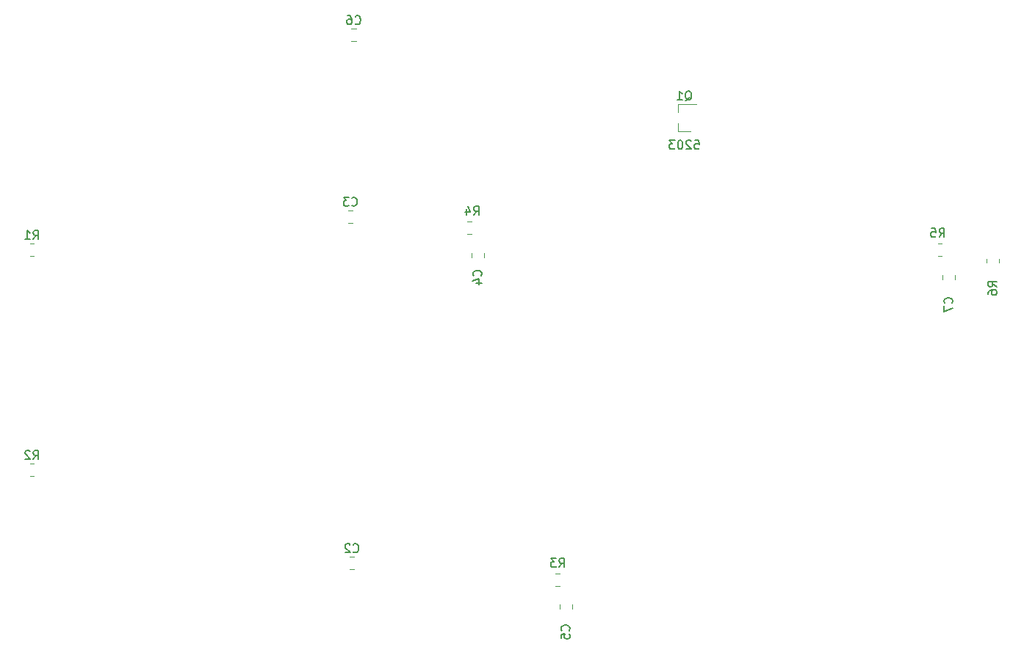
<source format=gbr>
%TF.GenerationSoftware,KiCad,Pcbnew,(5.1.8)-1*%
%TF.CreationDate,2024-01-29T23:39:16+03:00*%
%TF.ProjectId,ROM,524f4d2e-6b69-4636-9164-5f7063625858,rev?*%
%TF.SameCoordinates,Original*%
%TF.FileFunction,Legend,Bot*%
%TF.FilePolarity,Positive*%
%FSLAX46Y46*%
G04 Gerber Fmt 4.6, Leading zero omitted, Abs format (unit mm)*
G04 Created by KiCad (PCBNEW (5.1.8)-1) date 2024-01-29 23:39:16*
%MOMM*%
%LPD*%
G01*
G04 APERTURE LIST*
%ADD10C,0.150000*%
%ADD11C,0.120000*%
G04 APERTURE END LIST*
D10*
X115490476Y-30567380D02*
X115966666Y-30567380D01*
X116014285Y-31043571D01*
X115966666Y-30995952D01*
X115871428Y-30948333D01*
X115633333Y-30948333D01*
X115538095Y-30995952D01*
X115490476Y-31043571D01*
X115442857Y-31138809D01*
X115442857Y-31376904D01*
X115490476Y-31472142D01*
X115538095Y-31519761D01*
X115633333Y-31567380D01*
X115871428Y-31567380D01*
X115966666Y-31519761D01*
X116014285Y-31472142D01*
X115061904Y-30662619D02*
X115014285Y-30615000D01*
X114919047Y-30567380D01*
X114680952Y-30567380D01*
X114585714Y-30615000D01*
X114538095Y-30662619D01*
X114490476Y-30757857D01*
X114490476Y-30853095D01*
X114538095Y-30995952D01*
X115109523Y-31567380D01*
X114490476Y-31567380D01*
X113871428Y-30567380D02*
X113776190Y-30567380D01*
X113680952Y-30615000D01*
X113633333Y-30662619D01*
X113585714Y-30757857D01*
X113538095Y-30948333D01*
X113538095Y-31186428D01*
X113585714Y-31376904D01*
X113633333Y-31472142D01*
X113680952Y-31519761D01*
X113776190Y-31567380D01*
X113871428Y-31567380D01*
X113966666Y-31519761D01*
X114014285Y-31472142D01*
X114061904Y-31376904D01*
X114109523Y-31186428D01*
X114109523Y-30948333D01*
X114061904Y-30757857D01*
X114014285Y-30662619D01*
X113966666Y-30615000D01*
X113871428Y-30567380D01*
X113204761Y-30567380D02*
X112585714Y-30567380D01*
X112919047Y-30948333D01*
X112776190Y-30948333D01*
X112680952Y-30995952D01*
X112633333Y-31043571D01*
X112585714Y-31138809D01*
X112585714Y-31376904D01*
X112633333Y-31472142D01*
X112680952Y-31519761D01*
X112776190Y-31567380D01*
X113061904Y-31567380D01*
X113157142Y-31519761D01*
X113204761Y-31472142D01*
D11*
%TO.C,Q1*%
X113540000Y-29520000D02*
X113540000Y-28590000D01*
X113540000Y-26360000D02*
X113540000Y-27290000D01*
X113540000Y-26360000D02*
X115700000Y-26360000D01*
X113540000Y-29520000D02*
X115000000Y-29520000D01*
%TO.C,C7*%
X145515000Y-46093748D02*
X145515000Y-46616252D01*
X144045000Y-46093748D02*
X144045000Y-46616252D01*
%TO.C,C6*%
X76461252Y-17680000D02*
X75938748Y-17680000D01*
X76461252Y-19150000D02*
X75938748Y-19150000D01*
%TO.C,C5*%
X99912500Y-84108748D02*
X99912500Y-84631252D01*
X101382500Y-84108748D02*
X101382500Y-84631252D01*
%TO.C,C4*%
X89752500Y-43553748D02*
X89752500Y-44076252D01*
X91222500Y-43553748D02*
X91222500Y-44076252D01*
%TO.C,C3*%
X76058752Y-38635000D02*
X75536248Y-38635000D01*
X76058752Y-40105000D02*
X75536248Y-40105000D01*
%TO.C,C2*%
X76228752Y-78640000D02*
X75706248Y-78640000D01*
X76228752Y-80110000D02*
X75706248Y-80110000D01*
%TO.C,R6*%
X149125000Y-44677064D02*
X149125000Y-44222936D01*
X150595000Y-44677064D02*
X150595000Y-44222936D01*
%TO.C,R5*%
X143552936Y-43915000D02*
X144007064Y-43915000D01*
X143552936Y-42445000D02*
X144007064Y-42445000D01*
%TO.C,R4*%
X89307936Y-41375000D02*
X89762064Y-41375000D01*
X89307936Y-39905000D02*
X89762064Y-39905000D01*
%TO.C,R3*%
X99467936Y-82015000D02*
X99922064Y-82015000D01*
X99467936Y-80545000D02*
X99922064Y-80545000D01*
%TO.C,R2*%
X39327064Y-69315000D02*
X38872936Y-69315000D01*
X39327064Y-67845000D02*
X38872936Y-67845000D01*
%TO.C,R1*%
X39327064Y-43915000D02*
X38872936Y-43915000D01*
X39327064Y-42445000D02*
X38872936Y-42445000D01*
%TO.C,Q1*%
D10*
X114395238Y-25987619D02*
X114490476Y-25940000D01*
X114585714Y-25844761D01*
X114728571Y-25701904D01*
X114823809Y-25654285D01*
X114919047Y-25654285D01*
X114871428Y-25892380D02*
X114966666Y-25844761D01*
X115061904Y-25749523D01*
X115109523Y-25559047D01*
X115109523Y-25225714D01*
X115061904Y-25035238D01*
X114966666Y-24940000D01*
X114871428Y-24892380D01*
X114680952Y-24892380D01*
X114585714Y-24940000D01*
X114490476Y-25035238D01*
X114442857Y-25225714D01*
X114442857Y-25559047D01*
X114490476Y-25749523D01*
X114585714Y-25844761D01*
X114680952Y-25892380D01*
X114871428Y-25892380D01*
X113490476Y-25892380D02*
X114061904Y-25892380D01*
X113776190Y-25892380D02*
X113776190Y-24892380D01*
X113871428Y-25035238D01*
X113966666Y-25130476D01*
X114061904Y-25178095D01*
%TO.C,C7*%
X145137142Y-49363333D02*
X145184761Y-49315714D01*
X145232380Y-49172857D01*
X145232380Y-49077619D01*
X145184761Y-48934761D01*
X145089523Y-48839523D01*
X144994285Y-48791904D01*
X144803809Y-48744285D01*
X144660952Y-48744285D01*
X144470476Y-48791904D01*
X144375238Y-48839523D01*
X144280000Y-48934761D01*
X144232380Y-49077619D01*
X144232380Y-49172857D01*
X144280000Y-49315714D01*
X144327619Y-49363333D01*
X144232380Y-49696666D02*
X144232380Y-50363333D01*
X145232380Y-49934761D01*
%TO.C,C6*%
X76366666Y-17092142D02*
X76414285Y-17139761D01*
X76557142Y-17187380D01*
X76652380Y-17187380D01*
X76795238Y-17139761D01*
X76890476Y-17044523D01*
X76938095Y-16949285D01*
X76985714Y-16758809D01*
X76985714Y-16615952D01*
X76938095Y-16425476D01*
X76890476Y-16330238D01*
X76795238Y-16235000D01*
X76652380Y-16187380D01*
X76557142Y-16187380D01*
X76414285Y-16235000D01*
X76366666Y-16282619D01*
X75509523Y-16187380D02*
X75700000Y-16187380D01*
X75795238Y-16235000D01*
X75842857Y-16282619D01*
X75938095Y-16425476D01*
X75985714Y-16615952D01*
X75985714Y-16996904D01*
X75938095Y-17092142D01*
X75890476Y-17139761D01*
X75795238Y-17187380D01*
X75604761Y-17187380D01*
X75509523Y-17139761D01*
X75461904Y-17092142D01*
X75414285Y-16996904D01*
X75414285Y-16758809D01*
X75461904Y-16663571D01*
X75509523Y-16615952D01*
X75604761Y-16568333D01*
X75795238Y-16568333D01*
X75890476Y-16615952D01*
X75938095Y-16663571D01*
X75985714Y-16758809D01*
%TO.C,C5*%
X101004642Y-87145833D02*
X101052261Y-87098214D01*
X101099880Y-86955357D01*
X101099880Y-86860119D01*
X101052261Y-86717261D01*
X100957023Y-86622023D01*
X100861785Y-86574404D01*
X100671309Y-86526785D01*
X100528452Y-86526785D01*
X100337976Y-86574404D01*
X100242738Y-86622023D01*
X100147500Y-86717261D01*
X100099880Y-86860119D01*
X100099880Y-86955357D01*
X100147500Y-87098214D01*
X100195119Y-87145833D01*
X100099880Y-88050595D02*
X100099880Y-87574404D01*
X100576071Y-87526785D01*
X100528452Y-87574404D01*
X100480833Y-87669642D01*
X100480833Y-87907738D01*
X100528452Y-88002976D01*
X100576071Y-88050595D01*
X100671309Y-88098214D01*
X100909404Y-88098214D01*
X101004642Y-88050595D01*
X101052261Y-88002976D01*
X101099880Y-87907738D01*
X101099880Y-87669642D01*
X101052261Y-87574404D01*
X101004642Y-87526785D01*
%TO.C,C4*%
X90844642Y-46188333D02*
X90892261Y-46140714D01*
X90939880Y-45997857D01*
X90939880Y-45902619D01*
X90892261Y-45759761D01*
X90797023Y-45664523D01*
X90701785Y-45616904D01*
X90511309Y-45569285D01*
X90368452Y-45569285D01*
X90177976Y-45616904D01*
X90082738Y-45664523D01*
X89987500Y-45759761D01*
X89939880Y-45902619D01*
X89939880Y-45997857D01*
X89987500Y-46140714D01*
X90035119Y-46188333D01*
X90273214Y-47045476D02*
X90939880Y-47045476D01*
X89892261Y-46807380D02*
X90606547Y-46569285D01*
X90606547Y-47188333D01*
%TO.C,C3*%
X75964166Y-38047142D02*
X76011785Y-38094761D01*
X76154642Y-38142380D01*
X76249880Y-38142380D01*
X76392738Y-38094761D01*
X76487976Y-37999523D01*
X76535595Y-37904285D01*
X76583214Y-37713809D01*
X76583214Y-37570952D01*
X76535595Y-37380476D01*
X76487976Y-37285238D01*
X76392738Y-37190000D01*
X76249880Y-37142380D01*
X76154642Y-37142380D01*
X76011785Y-37190000D01*
X75964166Y-37237619D01*
X75630833Y-37142380D02*
X75011785Y-37142380D01*
X75345119Y-37523333D01*
X75202261Y-37523333D01*
X75107023Y-37570952D01*
X75059404Y-37618571D01*
X75011785Y-37713809D01*
X75011785Y-37951904D01*
X75059404Y-38047142D01*
X75107023Y-38094761D01*
X75202261Y-38142380D01*
X75487976Y-38142380D01*
X75583214Y-38094761D01*
X75630833Y-38047142D01*
%TO.C,C2*%
X76134166Y-78052142D02*
X76181785Y-78099761D01*
X76324642Y-78147380D01*
X76419880Y-78147380D01*
X76562738Y-78099761D01*
X76657976Y-78004523D01*
X76705595Y-77909285D01*
X76753214Y-77718809D01*
X76753214Y-77575952D01*
X76705595Y-77385476D01*
X76657976Y-77290238D01*
X76562738Y-77195000D01*
X76419880Y-77147380D01*
X76324642Y-77147380D01*
X76181785Y-77195000D01*
X76134166Y-77242619D01*
X75753214Y-77242619D02*
X75705595Y-77195000D01*
X75610357Y-77147380D01*
X75372261Y-77147380D01*
X75277023Y-77195000D01*
X75229404Y-77242619D01*
X75181785Y-77337857D01*
X75181785Y-77433095D01*
X75229404Y-77575952D01*
X75800833Y-78147380D01*
X75181785Y-78147380D01*
%TO.C,R6*%
X150312380Y-47458333D02*
X149836190Y-47125000D01*
X150312380Y-46886904D02*
X149312380Y-46886904D01*
X149312380Y-47267857D01*
X149360000Y-47363095D01*
X149407619Y-47410714D01*
X149502857Y-47458333D01*
X149645714Y-47458333D01*
X149740952Y-47410714D01*
X149788571Y-47363095D01*
X149836190Y-47267857D01*
X149836190Y-46886904D01*
X149312380Y-48315476D02*
X149312380Y-48125000D01*
X149360000Y-48029761D01*
X149407619Y-47982142D01*
X149550476Y-47886904D01*
X149740952Y-47839285D01*
X150121904Y-47839285D01*
X150217142Y-47886904D01*
X150264761Y-47934523D01*
X150312380Y-48029761D01*
X150312380Y-48220238D01*
X150264761Y-48315476D01*
X150217142Y-48363095D01*
X150121904Y-48410714D01*
X149883809Y-48410714D01*
X149788571Y-48363095D01*
X149740952Y-48315476D01*
X149693333Y-48220238D01*
X149693333Y-48029761D01*
X149740952Y-47934523D01*
X149788571Y-47886904D01*
X149883809Y-47839285D01*
%TO.C,R5*%
X143676666Y-41727380D02*
X144010000Y-41251190D01*
X144248095Y-41727380D02*
X144248095Y-40727380D01*
X143867142Y-40727380D01*
X143771904Y-40775000D01*
X143724285Y-40822619D01*
X143676666Y-40917857D01*
X143676666Y-41060714D01*
X143724285Y-41155952D01*
X143771904Y-41203571D01*
X143867142Y-41251190D01*
X144248095Y-41251190D01*
X142771904Y-40727380D02*
X143248095Y-40727380D01*
X143295714Y-41203571D01*
X143248095Y-41155952D01*
X143152857Y-41108333D01*
X142914761Y-41108333D01*
X142819523Y-41155952D01*
X142771904Y-41203571D01*
X142724285Y-41298809D01*
X142724285Y-41536904D01*
X142771904Y-41632142D01*
X142819523Y-41679761D01*
X142914761Y-41727380D01*
X143152857Y-41727380D01*
X143248095Y-41679761D01*
X143295714Y-41632142D01*
%TO.C,R4*%
X90019166Y-39187380D02*
X90352500Y-38711190D01*
X90590595Y-39187380D02*
X90590595Y-38187380D01*
X90209642Y-38187380D01*
X90114404Y-38235000D01*
X90066785Y-38282619D01*
X90019166Y-38377857D01*
X90019166Y-38520714D01*
X90066785Y-38615952D01*
X90114404Y-38663571D01*
X90209642Y-38711190D01*
X90590595Y-38711190D01*
X89162023Y-38520714D02*
X89162023Y-39187380D01*
X89400119Y-38139761D02*
X89638214Y-38854047D01*
X89019166Y-38854047D01*
%TO.C,R3*%
X99861666Y-79827380D02*
X100195000Y-79351190D01*
X100433095Y-79827380D02*
X100433095Y-78827380D01*
X100052142Y-78827380D01*
X99956904Y-78875000D01*
X99909285Y-78922619D01*
X99861666Y-79017857D01*
X99861666Y-79160714D01*
X99909285Y-79255952D01*
X99956904Y-79303571D01*
X100052142Y-79351190D01*
X100433095Y-79351190D01*
X99528333Y-78827380D02*
X98909285Y-78827380D01*
X99242619Y-79208333D01*
X99099761Y-79208333D01*
X99004523Y-79255952D01*
X98956904Y-79303571D01*
X98909285Y-79398809D01*
X98909285Y-79636904D01*
X98956904Y-79732142D01*
X99004523Y-79779761D01*
X99099761Y-79827380D01*
X99385476Y-79827380D01*
X99480714Y-79779761D01*
X99528333Y-79732142D01*
%TO.C,R2*%
X39266666Y-67382380D02*
X39600000Y-66906190D01*
X39838095Y-67382380D02*
X39838095Y-66382380D01*
X39457142Y-66382380D01*
X39361904Y-66430000D01*
X39314285Y-66477619D01*
X39266666Y-66572857D01*
X39266666Y-66715714D01*
X39314285Y-66810952D01*
X39361904Y-66858571D01*
X39457142Y-66906190D01*
X39838095Y-66906190D01*
X38885714Y-66477619D02*
X38838095Y-66430000D01*
X38742857Y-66382380D01*
X38504761Y-66382380D01*
X38409523Y-66430000D01*
X38361904Y-66477619D01*
X38314285Y-66572857D01*
X38314285Y-66668095D01*
X38361904Y-66810952D01*
X38933333Y-67382380D01*
X38314285Y-67382380D01*
%TO.C,R1*%
X39266666Y-41982380D02*
X39600000Y-41506190D01*
X39838095Y-41982380D02*
X39838095Y-40982380D01*
X39457142Y-40982380D01*
X39361904Y-41030000D01*
X39314285Y-41077619D01*
X39266666Y-41172857D01*
X39266666Y-41315714D01*
X39314285Y-41410952D01*
X39361904Y-41458571D01*
X39457142Y-41506190D01*
X39838095Y-41506190D01*
X38314285Y-41982380D02*
X38885714Y-41982380D01*
X38600000Y-41982380D02*
X38600000Y-40982380D01*
X38695238Y-41125238D01*
X38790476Y-41220476D01*
X38885714Y-41268095D01*
%TD*%
M02*

</source>
